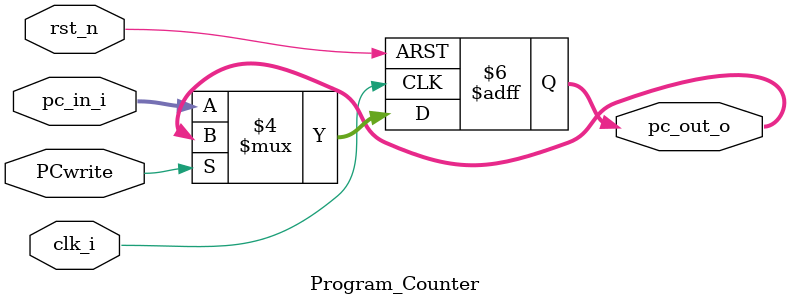
<source format=v>
module Program_Counter( clk_i, rst_n, pc_in_i, pc_out_o ,PCwrite);
     
//I/O ports
input           clk_i;
input	        rst_n;
input				PCwrite;
input  [32-1:0] pc_in_i;
output [32-1:0] pc_out_o;
 
//Internal Signals
reg    [32-1:0] pc_out_o;

//Main function
always @(posedge clk_i or negedge rst_n) begin
    if(~rst_n)
	    pc_out_o <= 0;
	else if(PCwrite)
		 pc_out_o<= pc_out_o;
	else
	    pc_out_o <= pc_in_i;
end

endmodule
</source>
